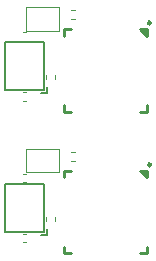
<source format=gto>
G04 #@! TF.GenerationSoftware,KiCad,Pcbnew,7.0.2-6a45011f42~172~ubuntu22.04.1*
G04 #@! TF.CreationDate,2023-05-27T08:42:39+08:00*
G04 #@! TF.ProjectId,panel_2_1,70616e65-6c5f-4325-9f31-2e6b69636164,rev?*
G04 #@! TF.SameCoordinates,Original*
G04 #@! TF.FileFunction,Legend,Top*
G04 #@! TF.FilePolarity,Positive*
%FSLAX46Y46*%
G04 Gerber Fmt 4.6, Leading zero omitted, Abs format (unit mm)*
G04 Created by KiCad (PCBNEW 7.0.2-6a45011f42~172~ubuntu22.04.1) date 2023-05-27 08:42:39*
%MOMM*%
%LPD*%
G01*
G04 APERTURE LIST*
%ADD10C,0.120000*%
%ADD11C,0.152000*%
%ADD12C,0.254000*%
G04 APERTURE END LIST*
D10*
G04 #@! TO.C,R12*
X33796359Y-23590000D02*
X34103641Y-23590000D01*
X33796359Y-24350000D02*
X34103641Y-24350000D01*
G04 #@! TO.C,C3*
X29722164Y-37490000D02*
X29937836Y-37490000D01*
X29722164Y-38210000D02*
X29937836Y-38210000D01*
D11*
G04 #@! TO.C,X1*
X31194000Y-42669000D02*
X31702000Y-42669000D01*
X31702000Y-42669000D02*
X31702000Y-42161000D01*
X28146000Y-42412000D02*
X28146000Y-38351000D01*
X31476000Y-42412000D02*
X28146000Y-42412000D01*
X28146000Y-38351000D02*
X29797000Y-38351000D01*
X29797000Y-38351000D02*
X31448000Y-38351000D01*
X31448000Y-38351000D02*
X31476000Y-42412000D01*
X31448000Y-38351000D02*
X31448000Y-38351000D01*
D10*
G04 #@! TO.C,R12*
X33796359Y-35590000D02*
X34103641Y-35590000D01*
X33796359Y-36350000D02*
X34103641Y-36350000D01*
D11*
G04 #@! TO.C,X1*
X31194000Y-30669000D02*
X31702000Y-30669000D01*
X31702000Y-30669000D02*
X31702000Y-30161000D01*
X28146000Y-30412000D02*
X28146000Y-26351000D01*
X31476000Y-30412000D02*
X28146000Y-30412000D01*
X28146000Y-26351000D02*
X29797000Y-26351000D01*
X29797000Y-26351000D02*
X31448000Y-26351000D01*
X31448000Y-26351000D02*
X31476000Y-30412000D01*
X31448000Y-26351000D02*
X31448000Y-26351000D01*
D10*
G04 #@! TO.C,R1*
X31620000Y-29443641D02*
X31620000Y-29136359D01*
X32380000Y-29443641D02*
X32380000Y-29136359D01*
D12*
G04 #@! TO.C,U1*
X40205000Y-37205000D02*
X40205000Y-37774000D01*
X39636000Y-37205000D02*
X40205000Y-37205000D01*
X39636000Y-37205000D02*
X40205000Y-37774000D01*
X33205000Y-37205000D02*
X33774000Y-37205000D01*
X33205000Y-37305000D02*
X33205000Y-37205000D01*
X40205000Y-37464000D02*
X40108000Y-37464000D01*
X40108000Y-37464000D02*
X39849000Y-37205000D01*
X33205000Y-37774000D02*
X33205000Y-37305000D01*
X40205000Y-43636000D02*
X40205000Y-44205000D01*
X40205000Y-44205000D02*
X39636000Y-44205000D01*
X33774000Y-44205000D02*
X33205000Y-44205000D01*
X33205000Y-44205000D02*
X33205000Y-43636000D01*
X40532000Y-36705000D02*
G75*
G03*
X40532000Y-36705000I-127000J0D01*
G01*
D10*
G04 #@! TO.C,JP1*
X29980000Y-23360000D02*
X32780000Y-23360000D01*
X29980000Y-25360000D02*
X29980000Y-23360000D01*
X32780000Y-23360000D02*
X32780000Y-25360000D01*
X32780000Y-25360000D02*
X29980000Y-25360000D01*
G04 #@! TO.C,R1*
X31620000Y-41443641D02*
X31620000Y-41136359D01*
X32380000Y-41443641D02*
X32380000Y-41136359D01*
G04 #@! TO.C,C1*
X29702164Y-42560000D02*
X29917836Y-42560000D01*
X29702164Y-43280000D02*
X29917836Y-43280000D01*
G04 #@! TO.C,C3*
X29722164Y-25490000D02*
X29937836Y-25490000D01*
X29722164Y-26210000D02*
X29937836Y-26210000D01*
G04 #@! TO.C,JP1*
X29980000Y-35360000D02*
X32780000Y-35360000D01*
X29980000Y-37360000D02*
X29980000Y-35360000D01*
X32780000Y-35360000D02*
X32780000Y-37360000D01*
X32780000Y-37360000D02*
X29980000Y-37360000D01*
G04 #@! TO.C,C1*
X29702164Y-30560000D02*
X29917836Y-30560000D01*
X29702164Y-31280000D02*
X29917836Y-31280000D01*
D12*
G04 #@! TO.C,U1*
X40205000Y-25205000D02*
X40205000Y-25774000D01*
X39636000Y-25205000D02*
X40205000Y-25205000D01*
X39636000Y-25205000D02*
X40205000Y-25774000D01*
X33205000Y-25205000D02*
X33774000Y-25205000D01*
X33205000Y-25305000D02*
X33205000Y-25205000D01*
X40205000Y-25464000D02*
X40108000Y-25464000D01*
X40108000Y-25464000D02*
X39849000Y-25205000D01*
X33205000Y-25774000D02*
X33205000Y-25305000D01*
X40205000Y-31636000D02*
X40205000Y-32205000D01*
X40205000Y-32205000D02*
X39636000Y-32205000D01*
X33774000Y-32205000D02*
X33205000Y-32205000D01*
X33205000Y-32205000D02*
X33205000Y-31636000D01*
X40532000Y-24705000D02*
G75*
G03*
X40532000Y-24705000I-127000J0D01*
G01*
G04 #@! TD*
M02*

</source>
